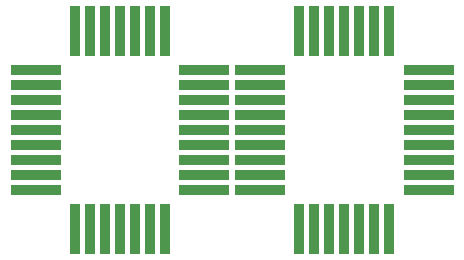
<source format=gbr>
G04 EAGLE Gerber RS-274X export*
G75*
%MOMM*%
%FSLAX34Y34*%
%LPD*%
%INSolderpaste Bottom*%
%IPPOS*%
%AMOC8*
5,1,8,0,0,1.08239X$1,22.5*%
G01*
%ADD10R,0.900000X4.200000*%
%ADD11R,4.200000X0.900000*%


D10*
X291600Y198050D03*
X304300Y198050D03*
X317000Y198050D03*
X329700Y198050D03*
D11*
X362850Y165100D03*
X362850Y152400D03*
X362850Y139700D03*
X362850Y127000D03*
X362850Y114300D03*
X362850Y101600D03*
X362850Y88900D03*
X362850Y76200D03*
X362850Y63500D03*
D10*
X329700Y30550D03*
X317000Y30550D03*
X304300Y30550D03*
X291600Y30550D03*
X278900Y30550D03*
X266200Y30550D03*
X253500Y30550D03*
D11*
X220350Y63500D03*
X220350Y76200D03*
X220350Y88900D03*
X220350Y101600D03*
X220350Y114300D03*
X220350Y127000D03*
X220350Y139700D03*
X220350Y152400D03*
X220350Y165100D03*
D10*
X253500Y198050D03*
X266200Y198050D03*
X278900Y198050D03*
X101600Y198050D03*
X114300Y198050D03*
X127000Y198050D03*
X139700Y198050D03*
D11*
X172850Y165100D03*
X172850Y152400D03*
X172850Y139700D03*
X172850Y127000D03*
X172850Y114300D03*
X172850Y101600D03*
X172850Y88900D03*
X172850Y76200D03*
X172850Y63500D03*
D10*
X139700Y30550D03*
X127000Y30550D03*
X114300Y30550D03*
X101600Y30550D03*
X88900Y30550D03*
X76200Y30550D03*
X63500Y30550D03*
D11*
X30350Y63500D03*
X30350Y76200D03*
X30350Y88900D03*
X30350Y101600D03*
X30350Y114300D03*
X30350Y127000D03*
X30350Y139700D03*
X30350Y152400D03*
X30350Y165100D03*
D10*
X63500Y198050D03*
X76200Y198050D03*
X88900Y198050D03*
M02*

</source>
